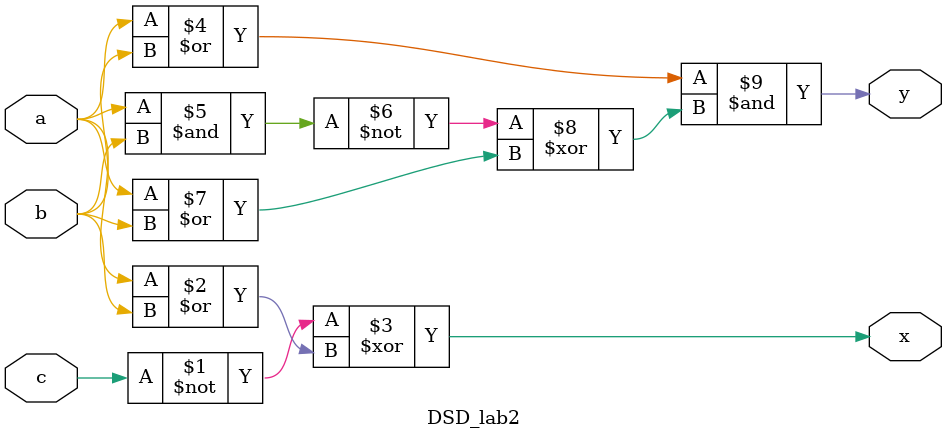
<source format=sv>
module DSD_lab2(
    input a,
    input b,
    input c,
    output x,
    output y
    );
    assign x = (~c) ^ (a|b);
    assign y = (a|b) & (~((a&b))^(a|b));
endmodule
</source>
